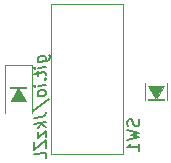
<source format=gbr>
%TF.GenerationSoftware,KiCad,Pcbnew,(5.1.7)-1*%
%TF.CreationDate,2020-11-24T17:10:03-06:00*%
%TF.ProjectId,025mag-PROBE-BOARD_REV2,3032356d-6167-42d5-9052-4f42452d424f,rev?*%
%TF.SameCoordinates,Original*%
%TF.FileFunction,Legend,Bot*%
%TF.FilePolarity,Positive*%
%FSLAX46Y46*%
G04 Gerber Fmt 4.6, Leading zero omitted, Abs format (unit mm)*
G04 Created by KiCad (PCBNEW (5.1.7)-1) date 2020-11-24 17:10:03*
%MOMM*%
%LPD*%
G01*
G04 APERTURE LIST*
%ADD10C,0.100000*%
%ADD11C,0.120000*%
%ADD12C,0.150000*%
G04 APERTURE END LIST*
D10*
G36*
X5825000Y-1700000D02*
G01*
X5175000Y-600000D01*
X6525000Y-600000D01*
X5825000Y-1700000D01*
G37*
X5825000Y-1700000D02*
X5175000Y-600000D01*
X6525000Y-600000D01*
X5825000Y-1700000D01*
D11*
X6550000Y-1650000D02*
X6550000Y-1750000D01*
X5125000Y-1650000D02*
X6550000Y-1650000D01*
X5125000Y-1750000D02*
X5125000Y-1650000D01*
X6550000Y-1750000D02*
X5125000Y-1750000D01*
D12*
X-4164285Y1449985D02*
X-3354761Y1551175D01*
X-3259523Y1610699D01*
X-3211904Y1664270D01*
X-3164285Y1765461D01*
X-3164285Y1908318D01*
X-3211904Y1997604D01*
X-3545238Y1527366D02*
X-3497619Y1628556D01*
X-3497619Y1819032D01*
X-3545238Y1908318D01*
X-3592857Y1949985D01*
X-3688095Y1985699D01*
X-3973809Y1949985D01*
X-4069047Y1890461D01*
X-4116666Y1836889D01*
X-4164285Y1735699D01*
X-4164285Y1545223D01*
X-4116666Y1455937D01*
X-3497619Y1057127D02*
X-4164285Y973794D01*
X-4497619Y932127D02*
X-4450000Y985699D01*
X-4402380Y944032D01*
X-4450000Y890461D01*
X-4497619Y932127D01*
X-4402380Y944032D01*
X-4164285Y640461D02*
X-4164285Y259508D01*
X-4497619Y455937D02*
X-3640476Y563080D01*
X-3545238Y527366D01*
X-3497619Y438080D01*
X-3497619Y342842D01*
X-3592857Y-2395D02*
X-3545238Y-44062D01*
X-3497619Y9508D01*
X-3545238Y51175D01*
X-3592857Y-2395D01*
X-3497619Y9508D01*
X-3497619Y-466681D02*
X-4164285Y-550014D01*
X-4497619Y-591681D02*
X-4450000Y-538110D01*
X-4402380Y-579776D01*
X-4450000Y-633348D01*
X-4497619Y-591681D01*
X-4402380Y-579776D01*
X-3497619Y-1085729D02*
X-3545238Y-996443D01*
X-3592857Y-954776D01*
X-3688095Y-919062D01*
X-3973809Y-954776D01*
X-4069047Y-1014300D01*
X-4116666Y-1067872D01*
X-4164285Y-1169062D01*
X-4164285Y-1311919D01*
X-4116666Y-1401205D01*
X-4069047Y-1442872D01*
X-3973809Y-1478586D01*
X-3688095Y-1442872D01*
X-3592857Y-1383348D01*
X-3545238Y-1329776D01*
X-3497619Y-1228586D01*
X-3497619Y-1085729D01*
X-4545238Y-2692872D02*
X-3259523Y-1675014D01*
X-4497619Y-3305967D02*
X-3783333Y-3216681D01*
X-3640476Y-3151205D01*
X-3545238Y-3044062D01*
X-3497619Y-2895252D01*
X-3497619Y-2800014D01*
X-3497619Y-3657157D02*
X-4497619Y-3782157D01*
X-3878571Y-3800014D02*
X-3497619Y-4038110D01*
X-4164285Y-4121443D02*
X-3783333Y-3692872D01*
X-4164285Y-4454776D02*
X-4164285Y-4978586D01*
X-3497619Y-4371443D01*
X-3497619Y-4895252D01*
X-4497619Y-5305967D02*
X-4497619Y-5972633D01*
X-3497619Y-5180967D01*
X-3497619Y-5847633D01*
X-3497619Y-6704776D02*
X-3497619Y-6228586D01*
X-4497619Y-6353586D01*
D11*
X-3048000Y-6350000D02*
X-3048000Y6350000D01*
X3048000Y-6350000D02*
X-3048000Y-6350000D01*
X3048000Y6350000D02*
X3048000Y-6350000D01*
X-3048000Y6350000D02*
X3048000Y6350000D01*
%TO.C,D1*%
X-6534000Y-699000D02*
X-5159000Y-699000D01*
D10*
G36*
X-6234000Y-1849000D02*
G01*
X-5159000Y-1849000D01*
X-5884000Y-849000D01*
X-6459000Y-1849000D01*
X-6234000Y-1849000D01*
G37*
X-6234000Y-1849000D02*
X-5159000Y-1849000D01*
X-5884000Y-849000D01*
X-6459000Y-1849000D01*
X-6234000Y-1849000D01*
D11*
X-6534000Y-774000D02*
X-5159000Y-774000D01*
X-5859000Y-799000D02*
X-6484000Y-1849000D01*
X-5159000Y-1849000D02*
X-5859000Y-799000D01*
X-5184000Y-1849000D02*
X-5159000Y-1849000D01*
X-6484000Y-1849000D02*
X-5184000Y-1849000D01*
X-6969000Y-2874000D02*
X-6969000Y1186000D01*
X-6969000Y1186000D02*
X-4699000Y1186000D01*
X-4699000Y1186000D02*
X-4699000Y-2874000D01*
%TO.C,R2*%
X4924000Y-322936D02*
X4924000Y-1777064D01*
X6744000Y-322936D02*
X6744000Y-1777064D01*
%TO.C,SW1*%
D12*
X4354761Y-3416666D02*
X4402380Y-3559523D01*
X4402380Y-3797619D01*
X4354761Y-3892857D01*
X4307142Y-3940476D01*
X4211904Y-3988095D01*
X4116666Y-3988095D01*
X4021428Y-3940476D01*
X3973809Y-3892857D01*
X3926190Y-3797619D01*
X3878571Y-3607142D01*
X3830952Y-3511904D01*
X3783333Y-3464285D01*
X3688095Y-3416666D01*
X3592857Y-3416666D01*
X3497619Y-3464285D01*
X3450000Y-3511904D01*
X3402380Y-3607142D01*
X3402380Y-3845238D01*
X3450000Y-3988095D01*
X3402380Y-4321428D02*
X4402380Y-4559523D01*
X3688095Y-4750000D01*
X4402380Y-4940476D01*
X3402380Y-5178571D01*
X4402380Y-6083333D02*
X4402380Y-5511904D01*
X4402380Y-5797619D02*
X3402380Y-5797619D01*
X3545238Y-5702380D01*
X3640476Y-5607142D01*
X3688095Y-5511904D01*
%TD*%
M02*

</source>
